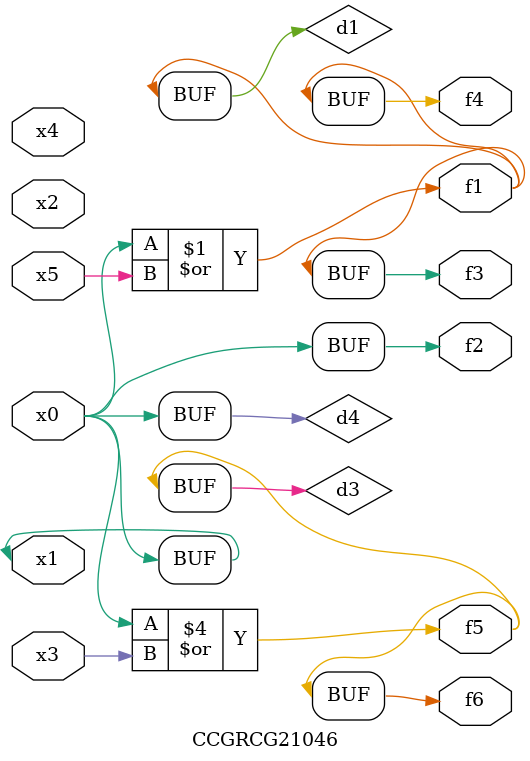
<source format=v>
module CCGRCG21046(
	input x0, x1, x2, x3, x4, x5,
	output f1, f2, f3, f4, f5, f6
);

	wire d1, d2, d3, d4;

	or (d1, x0, x5);
	xnor (d2, x1, x4);
	or (d3, x0, x3);
	buf (d4, x0, x1);
	assign f1 = d1;
	assign f2 = d4;
	assign f3 = d1;
	assign f4 = d1;
	assign f5 = d3;
	assign f6 = d3;
endmodule

</source>
